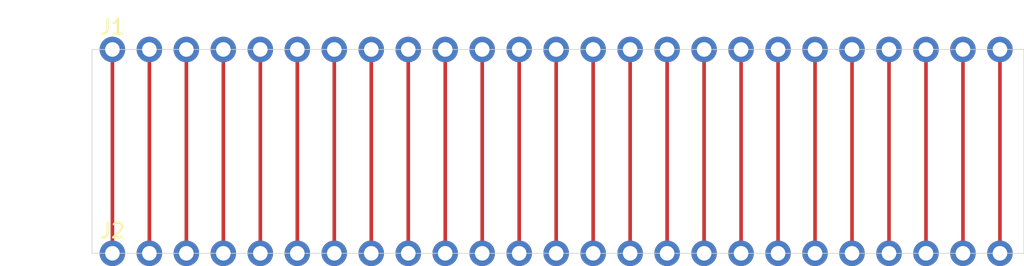
<source format=kicad_pcb>
(kicad_pcb (version 20171130) (host pcbnew "(5.1.7)-1")

  (general
    (thickness 1.6)
    (drawings 4)
    (tracks 25)
    (zones 0)
    (modules 2)
    (nets 26)
  )

  (page A4)
  (layers
    (0 F.Cu signal)
    (31 B.Cu signal)
    (32 B.Adhes user)
    (33 F.Adhes user)
    (34 B.Paste user)
    (35 F.Paste user)
    (36 B.SilkS user)
    (37 F.SilkS user)
    (38 B.Mask user)
    (39 F.Mask user)
    (40 Dwgs.User user)
    (41 Cmts.User user)
    (42 Eco1.User user)
    (43 Eco2.User user)
    (44 Edge.Cuts user)
    (45 Margin user)
    (46 B.CrtYd user)
    (47 F.CrtYd user)
    (48 B.Fab user)
    (49 F.Fab user)
  )

  (setup
    (last_trace_width 0.25)
    (trace_clearance 0.2)
    (zone_clearance 0.508)
    (zone_45_only no)
    (trace_min 0.2)
    (via_size 0.8)
    (via_drill 0.4)
    (via_min_size 0.4)
    (via_min_drill 0.3)
    (uvia_size 0.3)
    (uvia_drill 0.1)
    (uvias_allowed no)
    (uvia_min_size 0.2)
    (uvia_min_drill 0.1)
    (edge_width 0.05)
    (segment_width 0.2)
    (pcb_text_width 0.3)
    (pcb_text_size 1.5 1.5)
    (mod_edge_width 0.12)
    (mod_text_size 1 1)
    (mod_text_width 0.15)
    (pad_size 1.524 1.524)
    (pad_drill 0.762)
    (pad_to_mask_clearance 0)
    (aux_axis_origin 0 0)
    (visible_elements FFFFFF7F)
    (pcbplotparams
      (layerselection 0x010fc_ffffffff)
      (usegerberextensions false)
      (usegerberattributes true)
      (usegerberadvancedattributes true)
      (creategerberjobfile true)
      (excludeedgelayer true)
      (linewidth 0.100000)
      (plotframeref false)
      (viasonmask false)
      (mode 1)
      (useauxorigin false)
      (hpglpennumber 1)
      (hpglpenspeed 20)
      (hpglpendiameter 15.000000)
      (psnegative false)
      (psa4output false)
      (plotreference true)
      (plotvalue true)
      (plotinvisibletext false)
      (padsonsilk false)
      (subtractmaskfromsilk false)
      (outputformat 1)
      (mirror false)
      (drillshape 0)
      (scaleselection 1)
      (outputdirectory "gerber"))
  )

  (net 0 "")
  (net 1 "Net-(J1-Pad25)")
  (net 2 "Net-(J1-Pad24)")
  (net 3 "Net-(J1-Pad23)")
  (net 4 "Net-(J1-Pad22)")
  (net 5 "Net-(J1-Pad21)")
  (net 6 "Net-(J1-Pad20)")
  (net 7 "Net-(J1-Pad19)")
  (net 8 "Net-(J1-Pad18)")
  (net 9 "Net-(J1-Pad17)")
  (net 10 "Net-(J1-Pad16)")
  (net 11 "Net-(J1-Pad15)")
  (net 12 "Net-(J1-Pad14)")
  (net 13 "Net-(J1-Pad13)")
  (net 14 "Net-(J1-Pad12)")
  (net 15 "Net-(J1-Pad11)")
  (net 16 "Net-(J1-Pad10)")
  (net 17 "Net-(J1-Pad9)")
  (net 18 "Net-(J1-Pad8)")
  (net 19 "Net-(J1-Pad7)")
  (net 20 "Net-(J1-Pad6)")
  (net 21 "Net-(J1-Pad5)")
  (net 22 "Net-(J1-Pad4)")
  (net 23 "Net-(J1-Pad3)")
  (net 24 "Net-(J1-Pad2)")
  (net 25 "Net-(J1-Pad1)")

  (net_class Default "This is the default net class."
    (clearance 0.2)
    (trace_width 0.25)
    (via_dia 0.8)
    (via_drill 0.4)
    (uvia_dia 0.3)
    (uvia_drill 0.1)
    (add_net "Net-(J1-Pad1)")
    (add_net "Net-(J1-Pad10)")
    (add_net "Net-(J1-Pad11)")
    (add_net "Net-(J1-Pad12)")
    (add_net "Net-(J1-Pad13)")
    (add_net "Net-(J1-Pad14)")
    (add_net "Net-(J1-Pad15)")
    (add_net "Net-(J1-Pad16)")
    (add_net "Net-(J1-Pad17)")
    (add_net "Net-(J1-Pad18)")
    (add_net "Net-(J1-Pad19)")
    (add_net "Net-(J1-Pad2)")
    (add_net "Net-(J1-Pad20)")
    (add_net "Net-(J1-Pad21)")
    (add_net "Net-(J1-Pad22)")
    (add_net "Net-(J1-Pad23)")
    (add_net "Net-(J1-Pad24)")
    (add_net "Net-(J1-Pad25)")
    (add_net "Net-(J1-Pad3)")
    (add_net "Net-(J1-Pad4)")
    (add_net "Net-(J1-Pad5)")
    (add_net "Net-(J1-Pad6)")
    (add_net "Net-(J1-Pad7)")
    (add_net "Net-(J1-Pad8)")
    (add_net "Net-(J1-Pad9)")
  )

  (module sms2mk3:US_QSB (layer F.Cu) (tedit 64137079) (tstamp 6413F11B)
    (at 152.4 106)
    (path /64136E9A)
    (fp_text reference J2 (at 0 -1.55) (layer F.SilkS)
      (effects (font (size 1 1) (thickness 0.15)))
    )
    (fp_text value Conn_01x25_Female (at 0 -2.55) (layer F.Fab)
      (effects (font (size 1 1) (thickness 0.15)))
    )
    (pad 25 thru_hole circle (at 60.96 0) (size 1.75 1.75) (drill 1) (layers *.Cu *.Mask)
      (net 1 "Net-(J1-Pad25)"))
    (pad 24 thru_hole circle (at 58.42 0) (size 1.75 1.75) (drill 1) (layers *.Cu *.Mask)
      (net 2 "Net-(J1-Pad24)"))
    (pad 23 thru_hole circle (at 55.88 0) (size 1.75 1.75) (drill 1) (layers *.Cu *.Mask)
      (net 3 "Net-(J1-Pad23)"))
    (pad 22 thru_hole circle (at 53.34 0) (size 1.75 1.75) (drill 1) (layers *.Cu *.Mask)
      (net 4 "Net-(J1-Pad22)"))
    (pad 21 thru_hole circle (at 50.8 0) (size 1.75 1.75) (drill 1) (layers *.Cu *.Mask)
      (net 5 "Net-(J1-Pad21)"))
    (pad 20 thru_hole circle (at 48.26 0) (size 1.75 1.75) (drill 1) (layers *.Cu *.Mask)
      (net 6 "Net-(J1-Pad20)"))
    (pad 19 thru_hole circle (at 45.72 0) (size 1.75 1.75) (drill 1) (layers *.Cu *.Mask)
      (net 7 "Net-(J1-Pad19)"))
    (pad 18 thru_hole circle (at 43.18 0) (size 1.75 1.75) (drill 1) (layers *.Cu *.Mask)
      (net 8 "Net-(J1-Pad18)"))
    (pad 17 thru_hole circle (at 40.64 0) (size 1.75 1.75) (drill 1) (layers *.Cu *.Mask)
      (net 9 "Net-(J1-Pad17)"))
    (pad 16 thru_hole circle (at 38.1 0) (size 1.75 1.75) (drill 1) (layers *.Cu *.Mask)
      (net 10 "Net-(J1-Pad16)"))
    (pad 15 thru_hole circle (at 35.56 0) (size 1.75 1.75) (drill 1) (layers *.Cu *.Mask)
      (net 11 "Net-(J1-Pad15)"))
    (pad 14 thru_hole circle (at 33.02 0) (size 1.75 1.75) (drill 1) (layers *.Cu *.Mask)
      (net 12 "Net-(J1-Pad14)"))
    (pad 13 thru_hole circle (at 30.48 0) (size 1.75 1.75) (drill 1) (layers *.Cu *.Mask)
      (net 13 "Net-(J1-Pad13)"))
    (pad 12 thru_hole circle (at 27.94 0) (size 1.75 1.75) (drill 1) (layers *.Cu *.Mask)
      (net 14 "Net-(J1-Pad12)"))
    (pad 11 thru_hole circle (at 25.4 0) (size 1.75 1.75) (drill 1) (layers *.Cu *.Mask)
      (net 15 "Net-(J1-Pad11)"))
    (pad 10 thru_hole circle (at 22.86 0) (size 1.75 1.75) (drill 1) (layers *.Cu *.Mask)
      (net 16 "Net-(J1-Pad10)"))
    (pad 9 thru_hole circle (at 20.32 0) (size 1.75 1.75) (drill 1) (layers *.Cu *.Mask)
      (net 17 "Net-(J1-Pad9)"))
    (pad 8 thru_hole circle (at 17.78 0) (size 1.75 1.75) (drill 1) (layers *.Cu *.Mask)
      (net 18 "Net-(J1-Pad8)"))
    (pad 7 thru_hole circle (at 15.24 0) (size 1.75 1.75) (drill 1) (layers *.Cu *.Mask)
      (net 19 "Net-(J1-Pad7)"))
    (pad 6 thru_hole circle (at 12.7 0) (size 1.75 1.75) (drill 1) (layers *.Cu *.Mask)
      (net 20 "Net-(J1-Pad6)"))
    (pad 5 thru_hole circle (at 10.16 0) (size 1.75 1.75) (drill 1) (layers *.Cu *.Mask)
      (net 21 "Net-(J1-Pad5)"))
    (pad 4 thru_hole circle (at 7.62 0) (size 1.75 1.75) (drill 1) (layers *.Cu *.Mask)
      (net 22 "Net-(J1-Pad4)"))
    (pad 3 thru_hole circle (at 5.08 0) (size 1.75 1.75) (drill 1) (layers *.Cu *.Mask)
      (net 23 "Net-(J1-Pad3)"))
    (pad 2 thru_hole circle (at 2.54 0) (size 1.75 1.75) (drill 1) (layers *.Cu *.Mask)
      (net 24 "Net-(J1-Pad2)"))
    (pad 1 thru_hole circle (at 0 0) (size 1.75 1.75) (drill 1) (layers *.Cu *.Mask)
      (net 25 "Net-(J1-Pad1)"))
  )

  (module sms2mk3:US_QSB (layer F.Cu) (tedit 64137079) (tstamp 6413F2FB)
    (at 152.4 92)
    (path /64137442)
    (fp_text reference J1 (at 0 -1.55) (layer F.SilkS)
      (effects (font (size 1 1) (thickness 0.15)))
    )
    (fp_text value Conn_01x25_Male (at 0 -2.55) (layer F.Fab)
      (effects (font (size 1 1) (thickness 0.15)))
    )
    (pad 25 thru_hole circle (at 60.96 0) (size 1.75 1.75) (drill 1) (layers *.Cu *.Mask)
      (net 1 "Net-(J1-Pad25)"))
    (pad 24 thru_hole circle (at 58.42 0) (size 1.75 1.75) (drill 1) (layers *.Cu *.Mask)
      (net 2 "Net-(J1-Pad24)"))
    (pad 23 thru_hole circle (at 55.88 0) (size 1.75 1.75) (drill 1) (layers *.Cu *.Mask)
      (net 3 "Net-(J1-Pad23)"))
    (pad 22 thru_hole circle (at 53.34 0) (size 1.75 1.75) (drill 1) (layers *.Cu *.Mask)
      (net 4 "Net-(J1-Pad22)"))
    (pad 21 thru_hole circle (at 50.8 0) (size 1.75 1.75) (drill 1) (layers *.Cu *.Mask)
      (net 5 "Net-(J1-Pad21)"))
    (pad 20 thru_hole circle (at 48.26 0) (size 1.75 1.75) (drill 1) (layers *.Cu *.Mask)
      (net 6 "Net-(J1-Pad20)"))
    (pad 19 thru_hole circle (at 45.72 0) (size 1.75 1.75) (drill 1) (layers *.Cu *.Mask)
      (net 7 "Net-(J1-Pad19)"))
    (pad 18 thru_hole circle (at 43.18 0) (size 1.75 1.75) (drill 1) (layers *.Cu *.Mask)
      (net 8 "Net-(J1-Pad18)"))
    (pad 17 thru_hole circle (at 40.64 0) (size 1.75 1.75) (drill 1) (layers *.Cu *.Mask)
      (net 9 "Net-(J1-Pad17)"))
    (pad 16 thru_hole circle (at 38.1 0) (size 1.75 1.75) (drill 1) (layers *.Cu *.Mask)
      (net 10 "Net-(J1-Pad16)"))
    (pad 15 thru_hole circle (at 35.56 0) (size 1.75 1.75) (drill 1) (layers *.Cu *.Mask)
      (net 11 "Net-(J1-Pad15)"))
    (pad 14 thru_hole circle (at 33.02 0) (size 1.75 1.75) (drill 1) (layers *.Cu *.Mask)
      (net 12 "Net-(J1-Pad14)"))
    (pad 13 thru_hole circle (at 30.48 0) (size 1.75 1.75) (drill 1) (layers *.Cu *.Mask)
      (net 13 "Net-(J1-Pad13)"))
    (pad 12 thru_hole circle (at 27.94 0) (size 1.75 1.75) (drill 1) (layers *.Cu *.Mask)
      (net 14 "Net-(J1-Pad12)"))
    (pad 11 thru_hole circle (at 25.4 0) (size 1.75 1.75) (drill 1) (layers *.Cu *.Mask)
      (net 15 "Net-(J1-Pad11)"))
    (pad 10 thru_hole circle (at 22.86 0) (size 1.75 1.75) (drill 1) (layers *.Cu *.Mask)
      (net 16 "Net-(J1-Pad10)"))
    (pad 9 thru_hole circle (at 20.32 0) (size 1.75 1.75) (drill 1) (layers *.Cu *.Mask)
      (net 17 "Net-(J1-Pad9)"))
    (pad 8 thru_hole circle (at 17.78 0) (size 1.75 1.75) (drill 1) (layers *.Cu *.Mask)
      (net 18 "Net-(J1-Pad8)"))
    (pad 7 thru_hole circle (at 15.24 0) (size 1.75 1.75) (drill 1) (layers *.Cu *.Mask)
      (net 19 "Net-(J1-Pad7)"))
    (pad 6 thru_hole circle (at 12.7 0) (size 1.75 1.75) (drill 1) (layers *.Cu *.Mask)
      (net 20 "Net-(J1-Pad6)"))
    (pad 5 thru_hole circle (at 10.16 0) (size 1.75 1.75) (drill 1) (layers *.Cu *.Mask)
      (net 21 "Net-(J1-Pad5)"))
    (pad 4 thru_hole circle (at 7.62 0) (size 1.75 1.75) (drill 1) (layers *.Cu *.Mask)
      (net 22 "Net-(J1-Pad4)"))
    (pad 3 thru_hole circle (at 5.08 0) (size 1.75 1.75) (drill 1) (layers *.Cu *.Mask)
      (net 23 "Net-(J1-Pad3)"))
    (pad 2 thru_hole circle (at 2.54 0) (size 1.75 1.75) (drill 1) (layers *.Cu *.Mask)
      (net 24 "Net-(J1-Pad2)"))
    (pad 1 thru_hole circle (at 0 0) (size 1.75 1.75) (drill 1) (layers *.Cu *.Mask)
      (net 25 "Net-(J1-Pad1)"))
  )

  (gr_line (start 215 106) (end 151 106) (layer Edge.Cuts) (width 0.05) (tstamp 6413F433))
  (gr_line (start 215 92) (end 215 106) (layer Edge.Cuts) (width 0.05))
  (gr_line (start 151 92) (end 215 92) (layer Edge.Cuts) (width 0.05))
  (gr_line (start 151 106) (end 151 92) (layer Edge.Cuts) (width 0.05))

  (segment (start 213.36 92) (end 213.36 106) (width 0.25) (layer F.Cu) (net 1))
  (segment (start 210.82 92) (end 210.82 106) (width 0.25) (layer F.Cu) (net 2))
  (segment (start 208.28 92) (end 208.28 106) (width 0.25) (layer F.Cu) (net 3))
  (segment (start 205.74 92) (end 205.74 106) (width 0.25) (layer F.Cu) (net 4))
  (segment (start 203.2 92) (end 203.2 106) (width 0.25) (layer F.Cu) (net 5))
  (segment (start 200.66 92) (end 200.66 106) (width 0.25) (layer F.Cu) (net 6))
  (segment (start 198.12 92) (end 198.12 106) (width 0.25) (layer F.Cu) (net 7))
  (segment (start 195.58 92) (end 195.58 106) (width 0.25) (layer F.Cu) (net 8))
  (segment (start 193.04 92) (end 193.04 106) (width 0.25) (layer F.Cu) (net 9))
  (segment (start 190.5 92) (end 190.5 106) (width 0.25) (layer F.Cu) (net 10))
  (segment (start 187.96 92) (end 187.96 106) (width 0.25) (layer F.Cu) (net 11))
  (segment (start 185.42 92) (end 185.42 106) (width 0.25) (layer F.Cu) (net 12))
  (segment (start 182.88 92) (end 182.88 106) (width 0.25) (layer F.Cu) (net 13))
  (segment (start 180.34 92) (end 180.34 106) (width 0.25) (layer F.Cu) (net 14))
  (segment (start 177.8 92) (end 177.8 106) (width 0.25) (layer F.Cu) (net 15))
  (segment (start 175.26 92) (end 175.26 106) (width 0.25) (layer F.Cu) (net 16))
  (segment (start 172.72 92) (end 172.72 106) (width 0.25) (layer F.Cu) (net 17))
  (segment (start 170.18 92) (end 170.18 106) (width 0.25) (layer F.Cu) (net 18))
  (segment (start 167.64 92) (end 167.64 106) (width 0.25) (layer F.Cu) (net 19))
  (segment (start 165.1 92) (end 165.1 106) (width 0.25) (layer F.Cu) (net 20))
  (segment (start 162.56 92) (end 162.56 106) (width 0.25) (layer F.Cu) (net 21))
  (segment (start 160.02 92) (end 160.02 106) (width 0.25) (layer F.Cu) (net 22))
  (segment (start 157.48 92) (end 157.48 106) (width 0.25) (layer F.Cu) (net 23))
  (segment (start 154.94 92) (end 154.94 106) (width 0.25) (layer F.Cu) (net 24))
  (segment (start 152.4 92) (end 152.4 106) (width 0.25) (layer F.Cu) (net 25))

)

</source>
